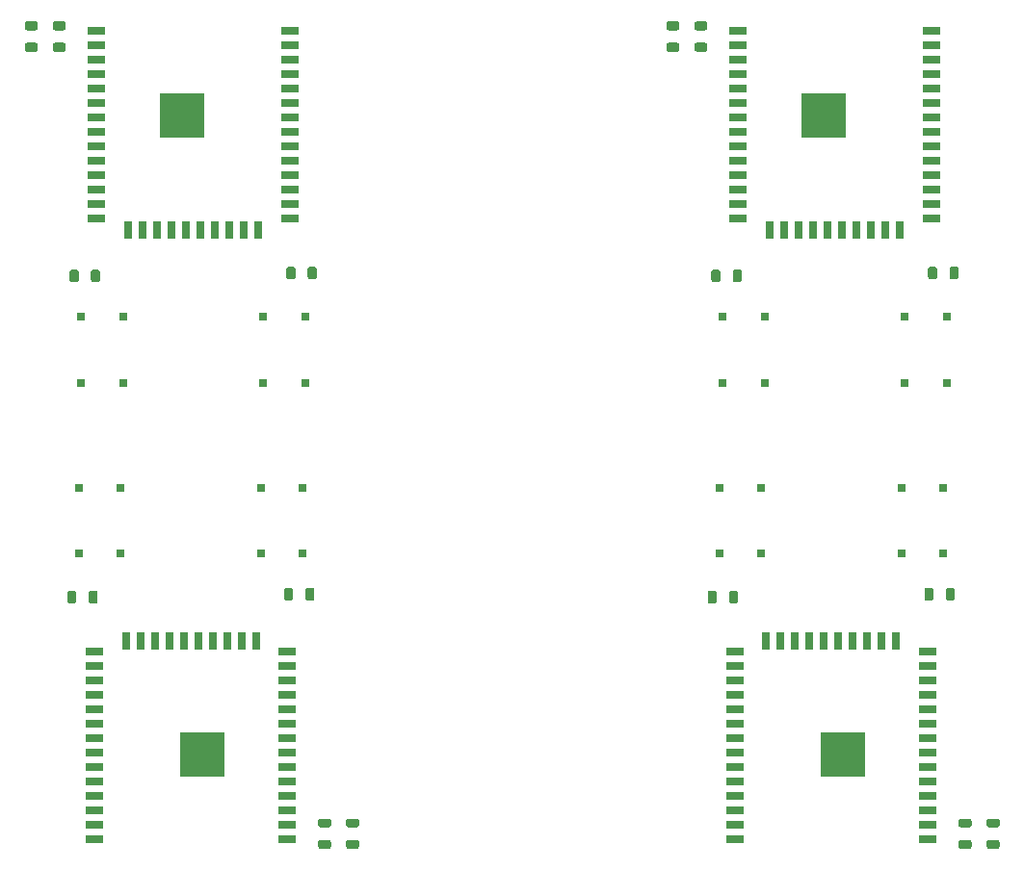
<source format=gbr>
G04 #@! TF.GenerationSoftware,KiCad,Pcbnew,5.0.2+dfsg1-1~bpo9+1*
G04 #@! TF.CreationDate,2020-03-02T01:02:18-06:00*
G04 #@! TF.ProjectId,bare4,62617265-342e-46b6-9963-61645f706362,1.0*
G04 #@! TF.SameCoordinates,Original*
G04 #@! TF.FileFunction,Paste,Top*
G04 #@! TF.FilePolarity,Positive*
%FSLAX46Y46*%
G04 Gerber Fmt 4.6, Leading zero omitted, Abs format (unit mm)*
G04 Created by KiCad (PCBNEW 5.0.2+dfsg1-1~bpo9+1) date Mon 02 Mar 2020 01:02:18 AM CST*
%MOMM*%
%LPD*%
G01*
G04 APERTURE LIST*
%ADD10C,0.100000*%
%ADD11C,0.780000*%
%ADD12R,0.720000X0.800000*%
%ADD13R,1.600000X0.720000*%
%ADD14R,0.720000X1.600000*%
%ADD15R,4.000000X4.000000*%
G04 APERTURE END LIST*
D10*
G04 #@! TO.C,C2*
G36*
X140191942Y-133734606D02*
X140210872Y-133737414D01*
X140229435Y-133742064D01*
X140247452Y-133748510D01*
X140264751Y-133756692D01*
X140281165Y-133766530D01*
X140296536Y-133777930D01*
X140310715Y-133790781D01*
X140323566Y-133804960D01*
X140334966Y-133820331D01*
X140344804Y-133836745D01*
X140352986Y-133854044D01*
X140359432Y-133872061D01*
X140364082Y-133890624D01*
X140366890Y-133909554D01*
X140367829Y-133928667D01*
X140367829Y-134318667D01*
X140366890Y-134337780D01*
X140364082Y-134356710D01*
X140359432Y-134375273D01*
X140352986Y-134393290D01*
X140344804Y-134410589D01*
X140334966Y-134427003D01*
X140323566Y-134442374D01*
X140310715Y-134456553D01*
X140296536Y-134469404D01*
X140281165Y-134480804D01*
X140264751Y-134490642D01*
X140247452Y-134498824D01*
X140229435Y-134505270D01*
X140210872Y-134509920D01*
X140191942Y-134512728D01*
X140172829Y-134513667D01*
X139442829Y-134513667D01*
X139423716Y-134512728D01*
X139404786Y-134509920D01*
X139386223Y-134505270D01*
X139368206Y-134498824D01*
X139350907Y-134490642D01*
X139334493Y-134480804D01*
X139319122Y-134469404D01*
X139304943Y-134456553D01*
X139292092Y-134442374D01*
X139280692Y-134427003D01*
X139270854Y-134410589D01*
X139262672Y-134393290D01*
X139256226Y-134375273D01*
X139251576Y-134356710D01*
X139248768Y-134337780D01*
X139247829Y-134318667D01*
X139247829Y-133928667D01*
X139248768Y-133909554D01*
X139251576Y-133890624D01*
X139256226Y-133872061D01*
X139262672Y-133854044D01*
X139270854Y-133836745D01*
X139280692Y-133820331D01*
X139292092Y-133804960D01*
X139304943Y-133790781D01*
X139319122Y-133777930D01*
X139334493Y-133766530D01*
X139350907Y-133756692D01*
X139368206Y-133748510D01*
X139386223Y-133742064D01*
X139404786Y-133737414D01*
X139423716Y-133734606D01*
X139442829Y-133733667D01*
X140172829Y-133733667D01*
X140191942Y-133734606D01*
X140191942Y-133734606D01*
G37*
D11*
X139807829Y-134123667D03*
D10*
G36*
X140191942Y-135609606D02*
X140210872Y-135612414D01*
X140229435Y-135617064D01*
X140247452Y-135623510D01*
X140264751Y-135631692D01*
X140281165Y-135641530D01*
X140296536Y-135652930D01*
X140310715Y-135665781D01*
X140323566Y-135679960D01*
X140334966Y-135695331D01*
X140344804Y-135711745D01*
X140352986Y-135729044D01*
X140359432Y-135747061D01*
X140364082Y-135765624D01*
X140366890Y-135784554D01*
X140367829Y-135803667D01*
X140367829Y-136193667D01*
X140366890Y-136212780D01*
X140364082Y-136231710D01*
X140359432Y-136250273D01*
X140352986Y-136268290D01*
X140344804Y-136285589D01*
X140334966Y-136302003D01*
X140323566Y-136317374D01*
X140310715Y-136331553D01*
X140296536Y-136344404D01*
X140281165Y-136355804D01*
X140264751Y-136365642D01*
X140247452Y-136373824D01*
X140229435Y-136380270D01*
X140210872Y-136384920D01*
X140191942Y-136387728D01*
X140172829Y-136388667D01*
X139442829Y-136388667D01*
X139423716Y-136387728D01*
X139404786Y-136384920D01*
X139386223Y-136380270D01*
X139368206Y-136373824D01*
X139350907Y-136365642D01*
X139334493Y-136355804D01*
X139319122Y-136344404D01*
X139304943Y-136331553D01*
X139292092Y-136317374D01*
X139280692Y-136302003D01*
X139270854Y-136285589D01*
X139262672Y-136268290D01*
X139256226Y-136250273D01*
X139251576Y-136231710D01*
X139248768Y-136212780D01*
X139247829Y-136193667D01*
X139247829Y-135803667D01*
X139248768Y-135784554D01*
X139251576Y-135765624D01*
X139256226Y-135747061D01*
X139262672Y-135729044D01*
X139270854Y-135711745D01*
X139280692Y-135695331D01*
X139292092Y-135679960D01*
X139304943Y-135665781D01*
X139319122Y-135652930D01*
X139334493Y-135641530D01*
X139350907Y-135631692D01*
X139368206Y-135623510D01*
X139386223Y-135617064D01*
X139404786Y-135612414D01*
X139423716Y-135609606D01*
X139442829Y-135608667D01*
X140172829Y-135608667D01*
X140191942Y-135609606D01*
X140191942Y-135609606D01*
G37*
D11*
X139807829Y-135998667D03*
G04 #@! TD*
D12*
G04 #@! TO.C,SW2*
X118192000Y-110421000D03*
X118192000Y-104621000D03*
X121892000Y-110421000D03*
X121892000Y-104621000D03*
G04 #@! TD*
D10*
G04 #@! TO.C,C1*
G36*
X142651113Y-135609606D02*
X142670043Y-135612414D01*
X142688606Y-135617064D01*
X142706623Y-135623510D01*
X142723922Y-135631692D01*
X142740336Y-135641530D01*
X142755707Y-135652930D01*
X142769886Y-135665781D01*
X142782737Y-135679960D01*
X142794137Y-135695331D01*
X142803975Y-135711745D01*
X142812157Y-135729044D01*
X142818603Y-135747061D01*
X142823253Y-135765624D01*
X142826061Y-135784554D01*
X142827000Y-135803667D01*
X142827000Y-136193667D01*
X142826061Y-136212780D01*
X142823253Y-136231710D01*
X142818603Y-136250273D01*
X142812157Y-136268290D01*
X142803975Y-136285589D01*
X142794137Y-136302003D01*
X142782737Y-136317374D01*
X142769886Y-136331553D01*
X142755707Y-136344404D01*
X142740336Y-136355804D01*
X142723922Y-136365642D01*
X142706623Y-136373824D01*
X142688606Y-136380270D01*
X142670043Y-136384920D01*
X142651113Y-136387728D01*
X142632000Y-136388667D01*
X141902000Y-136388667D01*
X141882887Y-136387728D01*
X141863957Y-136384920D01*
X141845394Y-136380270D01*
X141827377Y-136373824D01*
X141810078Y-136365642D01*
X141793664Y-136355804D01*
X141778293Y-136344404D01*
X141764114Y-136331553D01*
X141751263Y-136317374D01*
X141739863Y-136302003D01*
X141730025Y-136285589D01*
X141721843Y-136268290D01*
X141715397Y-136250273D01*
X141710747Y-136231710D01*
X141707939Y-136212780D01*
X141707000Y-136193667D01*
X141707000Y-135803667D01*
X141707939Y-135784554D01*
X141710747Y-135765624D01*
X141715397Y-135747061D01*
X141721843Y-135729044D01*
X141730025Y-135711745D01*
X141739863Y-135695331D01*
X141751263Y-135679960D01*
X141764114Y-135665781D01*
X141778293Y-135652930D01*
X141793664Y-135641530D01*
X141810078Y-135631692D01*
X141827377Y-135623510D01*
X141845394Y-135617064D01*
X141863957Y-135612414D01*
X141882887Y-135609606D01*
X141902000Y-135608667D01*
X142632000Y-135608667D01*
X142651113Y-135609606D01*
X142651113Y-135609606D01*
G37*
D11*
X142267000Y-135998667D03*
D10*
G36*
X142651113Y-133734606D02*
X142670043Y-133737414D01*
X142688606Y-133742064D01*
X142706623Y-133748510D01*
X142723922Y-133756692D01*
X142740336Y-133766530D01*
X142755707Y-133777930D01*
X142769886Y-133790781D01*
X142782737Y-133804960D01*
X142794137Y-133820331D01*
X142803975Y-133836745D01*
X142812157Y-133854044D01*
X142818603Y-133872061D01*
X142823253Y-133890624D01*
X142826061Y-133909554D01*
X142827000Y-133928667D01*
X142827000Y-134318667D01*
X142826061Y-134337780D01*
X142823253Y-134356710D01*
X142818603Y-134375273D01*
X142812157Y-134393290D01*
X142803975Y-134410589D01*
X142794137Y-134427003D01*
X142782737Y-134442374D01*
X142769886Y-134456553D01*
X142755707Y-134469404D01*
X142740336Y-134480804D01*
X142723922Y-134490642D01*
X142706623Y-134498824D01*
X142688606Y-134505270D01*
X142670043Y-134509920D01*
X142651113Y-134512728D01*
X142632000Y-134513667D01*
X141902000Y-134513667D01*
X141882887Y-134512728D01*
X141863957Y-134509920D01*
X141845394Y-134505270D01*
X141827377Y-134498824D01*
X141810078Y-134490642D01*
X141793664Y-134480804D01*
X141778293Y-134469404D01*
X141764114Y-134456553D01*
X141751263Y-134442374D01*
X141739863Y-134427003D01*
X141730025Y-134410589D01*
X141721843Y-134393290D01*
X141715397Y-134375273D01*
X141710747Y-134356710D01*
X141707939Y-134337780D01*
X141707000Y-134318667D01*
X141707000Y-133928667D01*
X141707939Y-133909554D01*
X141710747Y-133890624D01*
X141715397Y-133872061D01*
X141721843Y-133854044D01*
X141730025Y-133836745D01*
X141739863Y-133820331D01*
X141751263Y-133804960D01*
X141764114Y-133790781D01*
X141778293Y-133777930D01*
X141793664Y-133766530D01*
X141810078Y-133756692D01*
X141827377Y-133748510D01*
X141845394Y-133742064D01*
X141863957Y-133737414D01*
X141882887Y-133734606D01*
X141902000Y-133733667D01*
X142632000Y-133733667D01*
X142651113Y-133734606D01*
X142651113Y-133734606D01*
G37*
D11*
X142267000Y-134123667D03*
G04 #@! TD*
D10*
G04 #@! TO.C,C4*
G36*
X117794613Y-113692939D02*
X117813543Y-113695747D01*
X117832106Y-113700397D01*
X117850123Y-113706843D01*
X117867422Y-113715025D01*
X117883836Y-113724863D01*
X117899207Y-113736263D01*
X117913386Y-113749114D01*
X117926237Y-113763293D01*
X117937637Y-113778664D01*
X117947475Y-113795078D01*
X117955657Y-113812377D01*
X117962103Y-113830394D01*
X117966753Y-113848957D01*
X117969561Y-113867887D01*
X117970500Y-113887000D01*
X117970500Y-114617000D01*
X117969561Y-114636113D01*
X117966753Y-114655043D01*
X117962103Y-114673606D01*
X117955657Y-114691623D01*
X117947475Y-114708922D01*
X117937637Y-114725336D01*
X117926237Y-114740707D01*
X117913386Y-114754886D01*
X117899207Y-114767737D01*
X117883836Y-114779137D01*
X117867422Y-114788975D01*
X117850123Y-114797157D01*
X117832106Y-114803603D01*
X117813543Y-114808253D01*
X117794613Y-114811061D01*
X117775500Y-114812000D01*
X117385500Y-114812000D01*
X117366387Y-114811061D01*
X117347457Y-114808253D01*
X117328894Y-114803603D01*
X117310877Y-114797157D01*
X117293578Y-114788975D01*
X117277164Y-114779137D01*
X117261793Y-114767737D01*
X117247614Y-114754886D01*
X117234763Y-114740707D01*
X117223363Y-114725336D01*
X117213525Y-114708922D01*
X117205343Y-114691623D01*
X117198897Y-114673606D01*
X117194247Y-114655043D01*
X117191439Y-114636113D01*
X117190500Y-114617000D01*
X117190500Y-113887000D01*
X117191439Y-113867887D01*
X117194247Y-113848957D01*
X117198897Y-113830394D01*
X117205343Y-113812377D01*
X117213525Y-113795078D01*
X117223363Y-113778664D01*
X117234763Y-113763293D01*
X117247614Y-113749114D01*
X117261793Y-113736263D01*
X117277164Y-113724863D01*
X117293578Y-113715025D01*
X117310877Y-113706843D01*
X117328894Y-113700397D01*
X117347457Y-113695747D01*
X117366387Y-113692939D01*
X117385500Y-113692000D01*
X117775500Y-113692000D01*
X117794613Y-113692939D01*
X117794613Y-113692939D01*
G37*
D11*
X117580500Y-114252000D03*
D10*
G36*
X119669613Y-113692939D02*
X119688543Y-113695747D01*
X119707106Y-113700397D01*
X119725123Y-113706843D01*
X119742422Y-113715025D01*
X119758836Y-113724863D01*
X119774207Y-113736263D01*
X119788386Y-113749114D01*
X119801237Y-113763293D01*
X119812637Y-113778664D01*
X119822475Y-113795078D01*
X119830657Y-113812377D01*
X119837103Y-113830394D01*
X119841753Y-113848957D01*
X119844561Y-113867887D01*
X119845500Y-113887000D01*
X119845500Y-114617000D01*
X119844561Y-114636113D01*
X119841753Y-114655043D01*
X119837103Y-114673606D01*
X119830657Y-114691623D01*
X119822475Y-114708922D01*
X119812637Y-114725336D01*
X119801237Y-114740707D01*
X119788386Y-114754886D01*
X119774207Y-114767737D01*
X119758836Y-114779137D01*
X119742422Y-114788975D01*
X119725123Y-114797157D01*
X119707106Y-114803603D01*
X119688543Y-114808253D01*
X119669613Y-114811061D01*
X119650500Y-114812000D01*
X119260500Y-114812000D01*
X119241387Y-114811061D01*
X119222457Y-114808253D01*
X119203894Y-114803603D01*
X119185877Y-114797157D01*
X119168578Y-114788975D01*
X119152164Y-114779137D01*
X119136793Y-114767737D01*
X119122614Y-114754886D01*
X119109763Y-114740707D01*
X119098363Y-114725336D01*
X119088525Y-114708922D01*
X119080343Y-114691623D01*
X119073897Y-114673606D01*
X119069247Y-114655043D01*
X119066439Y-114636113D01*
X119065500Y-114617000D01*
X119065500Y-113887000D01*
X119066439Y-113867887D01*
X119069247Y-113848957D01*
X119073897Y-113830394D01*
X119080343Y-113812377D01*
X119088525Y-113795078D01*
X119098363Y-113778664D01*
X119109763Y-113763293D01*
X119122614Y-113749114D01*
X119136793Y-113736263D01*
X119152164Y-113724863D01*
X119168578Y-113715025D01*
X119185877Y-113706843D01*
X119203894Y-113700397D01*
X119222457Y-113695747D01*
X119241387Y-113692939D01*
X119260500Y-113692000D01*
X119650500Y-113692000D01*
X119669613Y-113692939D01*
X119669613Y-113692939D01*
G37*
D11*
X119455500Y-114252000D03*
G04 #@! TD*
D12*
G04 #@! TO.C,SW1*
X134194000Y-110421000D03*
X134194000Y-104621000D03*
X137894000Y-110421000D03*
X137894000Y-104621000D03*
G04 #@! TD*
D10*
G04 #@! TO.C,C3*
G36*
X136844613Y-113438939D02*
X136863543Y-113441747D01*
X136882106Y-113446397D01*
X136900123Y-113452843D01*
X136917422Y-113461025D01*
X136933836Y-113470863D01*
X136949207Y-113482263D01*
X136963386Y-113495114D01*
X136976237Y-113509293D01*
X136987637Y-113524664D01*
X136997475Y-113541078D01*
X137005657Y-113558377D01*
X137012103Y-113576394D01*
X137016753Y-113594957D01*
X137019561Y-113613887D01*
X137020500Y-113633000D01*
X137020500Y-114363000D01*
X137019561Y-114382113D01*
X137016753Y-114401043D01*
X137012103Y-114419606D01*
X137005657Y-114437623D01*
X136997475Y-114454922D01*
X136987637Y-114471336D01*
X136976237Y-114486707D01*
X136963386Y-114500886D01*
X136949207Y-114513737D01*
X136933836Y-114525137D01*
X136917422Y-114534975D01*
X136900123Y-114543157D01*
X136882106Y-114549603D01*
X136863543Y-114554253D01*
X136844613Y-114557061D01*
X136825500Y-114558000D01*
X136435500Y-114558000D01*
X136416387Y-114557061D01*
X136397457Y-114554253D01*
X136378894Y-114549603D01*
X136360877Y-114543157D01*
X136343578Y-114534975D01*
X136327164Y-114525137D01*
X136311793Y-114513737D01*
X136297614Y-114500886D01*
X136284763Y-114486707D01*
X136273363Y-114471336D01*
X136263525Y-114454922D01*
X136255343Y-114437623D01*
X136248897Y-114419606D01*
X136244247Y-114401043D01*
X136241439Y-114382113D01*
X136240500Y-114363000D01*
X136240500Y-113633000D01*
X136241439Y-113613887D01*
X136244247Y-113594957D01*
X136248897Y-113576394D01*
X136255343Y-113558377D01*
X136263525Y-113541078D01*
X136273363Y-113524664D01*
X136284763Y-113509293D01*
X136297614Y-113495114D01*
X136311793Y-113482263D01*
X136327164Y-113470863D01*
X136343578Y-113461025D01*
X136360877Y-113452843D01*
X136378894Y-113446397D01*
X136397457Y-113441747D01*
X136416387Y-113438939D01*
X136435500Y-113438000D01*
X136825500Y-113438000D01*
X136844613Y-113438939D01*
X136844613Y-113438939D01*
G37*
D11*
X136630500Y-113998000D03*
D10*
G36*
X138719613Y-113438939D02*
X138738543Y-113441747D01*
X138757106Y-113446397D01*
X138775123Y-113452843D01*
X138792422Y-113461025D01*
X138808836Y-113470863D01*
X138824207Y-113482263D01*
X138838386Y-113495114D01*
X138851237Y-113509293D01*
X138862637Y-113524664D01*
X138872475Y-113541078D01*
X138880657Y-113558377D01*
X138887103Y-113576394D01*
X138891753Y-113594957D01*
X138894561Y-113613887D01*
X138895500Y-113633000D01*
X138895500Y-114363000D01*
X138894561Y-114382113D01*
X138891753Y-114401043D01*
X138887103Y-114419606D01*
X138880657Y-114437623D01*
X138872475Y-114454922D01*
X138862637Y-114471336D01*
X138851237Y-114486707D01*
X138838386Y-114500886D01*
X138824207Y-114513737D01*
X138808836Y-114525137D01*
X138792422Y-114534975D01*
X138775123Y-114543157D01*
X138757106Y-114549603D01*
X138738543Y-114554253D01*
X138719613Y-114557061D01*
X138700500Y-114558000D01*
X138310500Y-114558000D01*
X138291387Y-114557061D01*
X138272457Y-114554253D01*
X138253894Y-114549603D01*
X138235877Y-114543157D01*
X138218578Y-114534975D01*
X138202164Y-114525137D01*
X138186793Y-114513737D01*
X138172614Y-114500886D01*
X138159763Y-114486707D01*
X138148363Y-114471336D01*
X138138525Y-114454922D01*
X138130343Y-114437623D01*
X138123897Y-114419606D01*
X138119247Y-114401043D01*
X138116439Y-114382113D01*
X138115500Y-114363000D01*
X138115500Y-113633000D01*
X138116439Y-113613887D01*
X138119247Y-113594957D01*
X138123897Y-113576394D01*
X138130343Y-113558377D01*
X138138525Y-113541078D01*
X138148363Y-113524664D01*
X138159763Y-113509293D01*
X138172614Y-113495114D01*
X138186793Y-113482263D01*
X138202164Y-113470863D01*
X138218578Y-113461025D01*
X138235877Y-113452843D01*
X138253894Y-113446397D01*
X138272457Y-113441747D01*
X138291387Y-113438939D01*
X138310500Y-113438000D01*
X138700500Y-113438000D01*
X138719613Y-113438939D01*
X138719613Y-113438939D01*
G37*
D11*
X138505500Y-113998000D03*
G04 #@! TD*
D13*
G04 #@! TO.C,U1*
X119543000Y-135588000D03*
X119543000Y-134318000D03*
X119543000Y-133048000D03*
X119543000Y-131778000D03*
X119543000Y-130508000D03*
X119543000Y-129238000D03*
X119543000Y-127968000D03*
X119543000Y-126698000D03*
X119543000Y-125428000D03*
X119543000Y-124158000D03*
X119543000Y-122888000D03*
X119543000Y-121618000D03*
X119543000Y-120348000D03*
X119543000Y-119078000D03*
D14*
X122328000Y-118078000D03*
X123598000Y-118078000D03*
X124868000Y-118078000D03*
X126138000Y-118078000D03*
X127408000Y-118078000D03*
X128678000Y-118078000D03*
X129948000Y-118078000D03*
X131218000Y-118078000D03*
X132488000Y-118078000D03*
X133758000Y-118078000D03*
D13*
X136543000Y-119078000D03*
X136543000Y-120348000D03*
X136543000Y-121618000D03*
X136543000Y-122888000D03*
X136543000Y-124158000D03*
X136543000Y-125428000D03*
X136543000Y-126698000D03*
X136543000Y-127968000D03*
X136543000Y-129238000D03*
X136543000Y-130508000D03*
X136543000Y-131778000D03*
X136543000Y-133048000D03*
X136543000Y-134318000D03*
X136543000Y-135588000D03*
D15*
X129043000Y-128088000D03*
G04 #@! TD*
D12*
G04 #@! TO.C,SW1*
X81594000Y-104621000D03*
X81594000Y-110421000D03*
X77894000Y-104621000D03*
X77894000Y-110421000D03*
G04 #@! TD*
D10*
G04 #@! TO.C,C3*
G36*
X82419613Y-113438939D02*
X82438543Y-113441747D01*
X82457106Y-113446397D01*
X82475123Y-113452843D01*
X82492422Y-113461025D01*
X82508836Y-113470863D01*
X82524207Y-113482263D01*
X82538386Y-113495114D01*
X82551237Y-113509293D01*
X82562637Y-113524664D01*
X82572475Y-113541078D01*
X82580657Y-113558377D01*
X82587103Y-113576394D01*
X82591753Y-113594957D01*
X82594561Y-113613887D01*
X82595500Y-113633000D01*
X82595500Y-114363000D01*
X82594561Y-114382113D01*
X82591753Y-114401043D01*
X82587103Y-114419606D01*
X82580657Y-114437623D01*
X82572475Y-114454922D01*
X82562637Y-114471336D01*
X82551237Y-114486707D01*
X82538386Y-114500886D01*
X82524207Y-114513737D01*
X82508836Y-114525137D01*
X82492422Y-114534975D01*
X82475123Y-114543157D01*
X82457106Y-114549603D01*
X82438543Y-114554253D01*
X82419613Y-114557061D01*
X82400500Y-114558000D01*
X82010500Y-114558000D01*
X81991387Y-114557061D01*
X81972457Y-114554253D01*
X81953894Y-114549603D01*
X81935877Y-114543157D01*
X81918578Y-114534975D01*
X81902164Y-114525137D01*
X81886793Y-114513737D01*
X81872614Y-114500886D01*
X81859763Y-114486707D01*
X81848363Y-114471336D01*
X81838525Y-114454922D01*
X81830343Y-114437623D01*
X81823897Y-114419606D01*
X81819247Y-114401043D01*
X81816439Y-114382113D01*
X81815500Y-114363000D01*
X81815500Y-113633000D01*
X81816439Y-113613887D01*
X81819247Y-113594957D01*
X81823897Y-113576394D01*
X81830343Y-113558377D01*
X81838525Y-113541078D01*
X81848363Y-113524664D01*
X81859763Y-113509293D01*
X81872614Y-113495114D01*
X81886793Y-113482263D01*
X81902164Y-113470863D01*
X81918578Y-113461025D01*
X81935877Y-113452843D01*
X81953894Y-113446397D01*
X81972457Y-113441747D01*
X81991387Y-113438939D01*
X82010500Y-113438000D01*
X82400500Y-113438000D01*
X82419613Y-113438939D01*
X82419613Y-113438939D01*
G37*
D11*
X82205500Y-113998000D03*
D10*
G36*
X80544613Y-113438939D02*
X80563543Y-113441747D01*
X80582106Y-113446397D01*
X80600123Y-113452843D01*
X80617422Y-113461025D01*
X80633836Y-113470863D01*
X80649207Y-113482263D01*
X80663386Y-113495114D01*
X80676237Y-113509293D01*
X80687637Y-113524664D01*
X80697475Y-113541078D01*
X80705657Y-113558377D01*
X80712103Y-113576394D01*
X80716753Y-113594957D01*
X80719561Y-113613887D01*
X80720500Y-113633000D01*
X80720500Y-114363000D01*
X80719561Y-114382113D01*
X80716753Y-114401043D01*
X80712103Y-114419606D01*
X80705657Y-114437623D01*
X80697475Y-114454922D01*
X80687637Y-114471336D01*
X80676237Y-114486707D01*
X80663386Y-114500886D01*
X80649207Y-114513737D01*
X80633836Y-114525137D01*
X80617422Y-114534975D01*
X80600123Y-114543157D01*
X80582106Y-114549603D01*
X80563543Y-114554253D01*
X80544613Y-114557061D01*
X80525500Y-114558000D01*
X80135500Y-114558000D01*
X80116387Y-114557061D01*
X80097457Y-114554253D01*
X80078894Y-114549603D01*
X80060877Y-114543157D01*
X80043578Y-114534975D01*
X80027164Y-114525137D01*
X80011793Y-114513737D01*
X79997614Y-114500886D01*
X79984763Y-114486707D01*
X79973363Y-114471336D01*
X79963525Y-114454922D01*
X79955343Y-114437623D01*
X79948897Y-114419606D01*
X79944247Y-114401043D01*
X79941439Y-114382113D01*
X79940500Y-114363000D01*
X79940500Y-113633000D01*
X79941439Y-113613887D01*
X79944247Y-113594957D01*
X79948897Y-113576394D01*
X79955343Y-113558377D01*
X79963525Y-113541078D01*
X79973363Y-113524664D01*
X79984763Y-113509293D01*
X79997614Y-113495114D01*
X80011793Y-113482263D01*
X80027164Y-113470863D01*
X80043578Y-113461025D01*
X80060877Y-113452843D01*
X80078894Y-113446397D01*
X80097457Y-113441747D01*
X80116387Y-113438939D01*
X80135500Y-113438000D01*
X80525500Y-113438000D01*
X80544613Y-113438939D01*
X80544613Y-113438939D01*
G37*
D11*
X80330500Y-113998000D03*
G04 #@! TD*
D10*
G04 #@! TO.C,C1*
G36*
X86351113Y-133734606D02*
X86370043Y-133737414D01*
X86388606Y-133742064D01*
X86406623Y-133748510D01*
X86423922Y-133756692D01*
X86440336Y-133766530D01*
X86455707Y-133777930D01*
X86469886Y-133790781D01*
X86482737Y-133804960D01*
X86494137Y-133820331D01*
X86503975Y-133836745D01*
X86512157Y-133854044D01*
X86518603Y-133872061D01*
X86523253Y-133890624D01*
X86526061Y-133909554D01*
X86527000Y-133928667D01*
X86527000Y-134318667D01*
X86526061Y-134337780D01*
X86523253Y-134356710D01*
X86518603Y-134375273D01*
X86512157Y-134393290D01*
X86503975Y-134410589D01*
X86494137Y-134427003D01*
X86482737Y-134442374D01*
X86469886Y-134456553D01*
X86455707Y-134469404D01*
X86440336Y-134480804D01*
X86423922Y-134490642D01*
X86406623Y-134498824D01*
X86388606Y-134505270D01*
X86370043Y-134509920D01*
X86351113Y-134512728D01*
X86332000Y-134513667D01*
X85602000Y-134513667D01*
X85582887Y-134512728D01*
X85563957Y-134509920D01*
X85545394Y-134505270D01*
X85527377Y-134498824D01*
X85510078Y-134490642D01*
X85493664Y-134480804D01*
X85478293Y-134469404D01*
X85464114Y-134456553D01*
X85451263Y-134442374D01*
X85439863Y-134427003D01*
X85430025Y-134410589D01*
X85421843Y-134393290D01*
X85415397Y-134375273D01*
X85410747Y-134356710D01*
X85407939Y-134337780D01*
X85407000Y-134318667D01*
X85407000Y-133928667D01*
X85407939Y-133909554D01*
X85410747Y-133890624D01*
X85415397Y-133872061D01*
X85421843Y-133854044D01*
X85430025Y-133836745D01*
X85439863Y-133820331D01*
X85451263Y-133804960D01*
X85464114Y-133790781D01*
X85478293Y-133777930D01*
X85493664Y-133766530D01*
X85510078Y-133756692D01*
X85527377Y-133748510D01*
X85545394Y-133742064D01*
X85563957Y-133737414D01*
X85582887Y-133734606D01*
X85602000Y-133733667D01*
X86332000Y-133733667D01*
X86351113Y-133734606D01*
X86351113Y-133734606D01*
G37*
D11*
X85967000Y-134123667D03*
D10*
G36*
X86351113Y-135609606D02*
X86370043Y-135612414D01*
X86388606Y-135617064D01*
X86406623Y-135623510D01*
X86423922Y-135631692D01*
X86440336Y-135641530D01*
X86455707Y-135652930D01*
X86469886Y-135665781D01*
X86482737Y-135679960D01*
X86494137Y-135695331D01*
X86503975Y-135711745D01*
X86512157Y-135729044D01*
X86518603Y-135747061D01*
X86523253Y-135765624D01*
X86526061Y-135784554D01*
X86527000Y-135803667D01*
X86527000Y-136193667D01*
X86526061Y-136212780D01*
X86523253Y-136231710D01*
X86518603Y-136250273D01*
X86512157Y-136268290D01*
X86503975Y-136285589D01*
X86494137Y-136302003D01*
X86482737Y-136317374D01*
X86469886Y-136331553D01*
X86455707Y-136344404D01*
X86440336Y-136355804D01*
X86423922Y-136365642D01*
X86406623Y-136373824D01*
X86388606Y-136380270D01*
X86370043Y-136384920D01*
X86351113Y-136387728D01*
X86332000Y-136388667D01*
X85602000Y-136388667D01*
X85582887Y-136387728D01*
X85563957Y-136384920D01*
X85545394Y-136380270D01*
X85527377Y-136373824D01*
X85510078Y-136365642D01*
X85493664Y-136355804D01*
X85478293Y-136344404D01*
X85464114Y-136331553D01*
X85451263Y-136317374D01*
X85439863Y-136302003D01*
X85430025Y-136285589D01*
X85421843Y-136268290D01*
X85415397Y-136250273D01*
X85410747Y-136231710D01*
X85407939Y-136212780D01*
X85407000Y-136193667D01*
X85407000Y-135803667D01*
X85407939Y-135784554D01*
X85410747Y-135765624D01*
X85415397Y-135747061D01*
X85421843Y-135729044D01*
X85430025Y-135711745D01*
X85439863Y-135695331D01*
X85451263Y-135679960D01*
X85464114Y-135665781D01*
X85478293Y-135652930D01*
X85493664Y-135641530D01*
X85510078Y-135631692D01*
X85527377Y-135623510D01*
X85545394Y-135617064D01*
X85563957Y-135612414D01*
X85582887Y-135609606D01*
X85602000Y-135608667D01*
X86332000Y-135608667D01*
X86351113Y-135609606D01*
X86351113Y-135609606D01*
G37*
D11*
X85967000Y-135998667D03*
G04 #@! TD*
D15*
G04 #@! TO.C,U1*
X72743000Y-128088000D03*
D13*
X80243000Y-135588000D03*
X80243000Y-134318000D03*
X80243000Y-133048000D03*
X80243000Y-131778000D03*
X80243000Y-130508000D03*
X80243000Y-129238000D03*
X80243000Y-127968000D03*
X80243000Y-126698000D03*
X80243000Y-125428000D03*
X80243000Y-124158000D03*
X80243000Y-122888000D03*
X80243000Y-121618000D03*
X80243000Y-120348000D03*
X80243000Y-119078000D03*
D14*
X77458000Y-118078000D03*
X76188000Y-118078000D03*
X74918000Y-118078000D03*
X73648000Y-118078000D03*
X72378000Y-118078000D03*
X71108000Y-118078000D03*
X69838000Y-118078000D03*
X68568000Y-118078000D03*
X67298000Y-118078000D03*
X66028000Y-118078000D03*
D13*
X63243000Y-119078000D03*
X63243000Y-120348000D03*
X63243000Y-121618000D03*
X63243000Y-122888000D03*
X63243000Y-124158000D03*
X63243000Y-125428000D03*
X63243000Y-126698000D03*
X63243000Y-127968000D03*
X63243000Y-129238000D03*
X63243000Y-130508000D03*
X63243000Y-131778000D03*
X63243000Y-133048000D03*
X63243000Y-134318000D03*
X63243000Y-135588000D03*
G04 #@! TD*
D10*
G04 #@! TO.C,C2*
G36*
X83891942Y-135609606D02*
X83910872Y-135612414D01*
X83929435Y-135617064D01*
X83947452Y-135623510D01*
X83964751Y-135631692D01*
X83981165Y-135641530D01*
X83996536Y-135652930D01*
X84010715Y-135665781D01*
X84023566Y-135679960D01*
X84034966Y-135695331D01*
X84044804Y-135711745D01*
X84052986Y-135729044D01*
X84059432Y-135747061D01*
X84064082Y-135765624D01*
X84066890Y-135784554D01*
X84067829Y-135803667D01*
X84067829Y-136193667D01*
X84066890Y-136212780D01*
X84064082Y-136231710D01*
X84059432Y-136250273D01*
X84052986Y-136268290D01*
X84044804Y-136285589D01*
X84034966Y-136302003D01*
X84023566Y-136317374D01*
X84010715Y-136331553D01*
X83996536Y-136344404D01*
X83981165Y-136355804D01*
X83964751Y-136365642D01*
X83947452Y-136373824D01*
X83929435Y-136380270D01*
X83910872Y-136384920D01*
X83891942Y-136387728D01*
X83872829Y-136388667D01*
X83142829Y-136388667D01*
X83123716Y-136387728D01*
X83104786Y-136384920D01*
X83086223Y-136380270D01*
X83068206Y-136373824D01*
X83050907Y-136365642D01*
X83034493Y-136355804D01*
X83019122Y-136344404D01*
X83004943Y-136331553D01*
X82992092Y-136317374D01*
X82980692Y-136302003D01*
X82970854Y-136285589D01*
X82962672Y-136268290D01*
X82956226Y-136250273D01*
X82951576Y-136231710D01*
X82948768Y-136212780D01*
X82947829Y-136193667D01*
X82947829Y-135803667D01*
X82948768Y-135784554D01*
X82951576Y-135765624D01*
X82956226Y-135747061D01*
X82962672Y-135729044D01*
X82970854Y-135711745D01*
X82980692Y-135695331D01*
X82992092Y-135679960D01*
X83004943Y-135665781D01*
X83019122Y-135652930D01*
X83034493Y-135641530D01*
X83050907Y-135631692D01*
X83068206Y-135623510D01*
X83086223Y-135617064D01*
X83104786Y-135612414D01*
X83123716Y-135609606D01*
X83142829Y-135608667D01*
X83872829Y-135608667D01*
X83891942Y-135609606D01*
X83891942Y-135609606D01*
G37*
D11*
X83507829Y-135998667D03*
D10*
G36*
X83891942Y-133734606D02*
X83910872Y-133737414D01*
X83929435Y-133742064D01*
X83947452Y-133748510D01*
X83964751Y-133756692D01*
X83981165Y-133766530D01*
X83996536Y-133777930D01*
X84010715Y-133790781D01*
X84023566Y-133804960D01*
X84034966Y-133820331D01*
X84044804Y-133836745D01*
X84052986Y-133854044D01*
X84059432Y-133872061D01*
X84064082Y-133890624D01*
X84066890Y-133909554D01*
X84067829Y-133928667D01*
X84067829Y-134318667D01*
X84066890Y-134337780D01*
X84064082Y-134356710D01*
X84059432Y-134375273D01*
X84052986Y-134393290D01*
X84044804Y-134410589D01*
X84034966Y-134427003D01*
X84023566Y-134442374D01*
X84010715Y-134456553D01*
X83996536Y-134469404D01*
X83981165Y-134480804D01*
X83964751Y-134490642D01*
X83947452Y-134498824D01*
X83929435Y-134505270D01*
X83910872Y-134509920D01*
X83891942Y-134512728D01*
X83872829Y-134513667D01*
X83142829Y-134513667D01*
X83123716Y-134512728D01*
X83104786Y-134509920D01*
X83086223Y-134505270D01*
X83068206Y-134498824D01*
X83050907Y-134490642D01*
X83034493Y-134480804D01*
X83019122Y-134469404D01*
X83004943Y-134456553D01*
X82992092Y-134442374D01*
X82980692Y-134427003D01*
X82970854Y-134410589D01*
X82962672Y-134393290D01*
X82956226Y-134375273D01*
X82951576Y-134356710D01*
X82948768Y-134337780D01*
X82947829Y-134318667D01*
X82947829Y-133928667D01*
X82948768Y-133909554D01*
X82951576Y-133890624D01*
X82956226Y-133872061D01*
X82962672Y-133854044D01*
X82970854Y-133836745D01*
X82980692Y-133820331D01*
X82992092Y-133804960D01*
X83004943Y-133790781D01*
X83019122Y-133777930D01*
X83034493Y-133766530D01*
X83050907Y-133756692D01*
X83068206Y-133748510D01*
X83086223Y-133742064D01*
X83104786Y-133737414D01*
X83123716Y-133734606D01*
X83142829Y-133733667D01*
X83872829Y-133733667D01*
X83891942Y-133734606D01*
X83891942Y-133734606D01*
G37*
D11*
X83507829Y-134123667D03*
G04 #@! TD*
D10*
G04 #@! TO.C,C4*
G36*
X63369613Y-113692939D02*
X63388543Y-113695747D01*
X63407106Y-113700397D01*
X63425123Y-113706843D01*
X63442422Y-113715025D01*
X63458836Y-113724863D01*
X63474207Y-113736263D01*
X63488386Y-113749114D01*
X63501237Y-113763293D01*
X63512637Y-113778664D01*
X63522475Y-113795078D01*
X63530657Y-113812377D01*
X63537103Y-113830394D01*
X63541753Y-113848957D01*
X63544561Y-113867887D01*
X63545500Y-113887000D01*
X63545500Y-114617000D01*
X63544561Y-114636113D01*
X63541753Y-114655043D01*
X63537103Y-114673606D01*
X63530657Y-114691623D01*
X63522475Y-114708922D01*
X63512637Y-114725336D01*
X63501237Y-114740707D01*
X63488386Y-114754886D01*
X63474207Y-114767737D01*
X63458836Y-114779137D01*
X63442422Y-114788975D01*
X63425123Y-114797157D01*
X63407106Y-114803603D01*
X63388543Y-114808253D01*
X63369613Y-114811061D01*
X63350500Y-114812000D01*
X62960500Y-114812000D01*
X62941387Y-114811061D01*
X62922457Y-114808253D01*
X62903894Y-114803603D01*
X62885877Y-114797157D01*
X62868578Y-114788975D01*
X62852164Y-114779137D01*
X62836793Y-114767737D01*
X62822614Y-114754886D01*
X62809763Y-114740707D01*
X62798363Y-114725336D01*
X62788525Y-114708922D01*
X62780343Y-114691623D01*
X62773897Y-114673606D01*
X62769247Y-114655043D01*
X62766439Y-114636113D01*
X62765500Y-114617000D01*
X62765500Y-113887000D01*
X62766439Y-113867887D01*
X62769247Y-113848957D01*
X62773897Y-113830394D01*
X62780343Y-113812377D01*
X62788525Y-113795078D01*
X62798363Y-113778664D01*
X62809763Y-113763293D01*
X62822614Y-113749114D01*
X62836793Y-113736263D01*
X62852164Y-113724863D01*
X62868578Y-113715025D01*
X62885877Y-113706843D01*
X62903894Y-113700397D01*
X62922457Y-113695747D01*
X62941387Y-113692939D01*
X62960500Y-113692000D01*
X63350500Y-113692000D01*
X63369613Y-113692939D01*
X63369613Y-113692939D01*
G37*
D11*
X63155500Y-114252000D03*
D10*
G36*
X61494613Y-113692939D02*
X61513543Y-113695747D01*
X61532106Y-113700397D01*
X61550123Y-113706843D01*
X61567422Y-113715025D01*
X61583836Y-113724863D01*
X61599207Y-113736263D01*
X61613386Y-113749114D01*
X61626237Y-113763293D01*
X61637637Y-113778664D01*
X61647475Y-113795078D01*
X61655657Y-113812377D01*
X61662103Y-113830394D01*
X61666753Y-113848957D01*
X61669561Y-113867887D01*
X61670500Y-113887000D01*
X61670500Y-114617000D01*
X61669561Y-114636113D01*
X61666753Y-114655043D01*
X61662103Y-114673606D01*
X61655657Y-114691623D01*
X61647475Y-114708922D01*
X61637637Y-114725336D01*
X61626237Y-114740707D01*
X61613386Y-114754886D01*
X61599207Y-114767737D01*
X61583836Y-114779137D01*
X61567422Y-114788975D01*
X61550123Y-114797157D01*
X61532106Y-114803603D01*
X61513543Y-114808253D01*
X61494613Y-114811061D01*
X61475500Y-114812000D01*
X61085500Y-114812000D01*
X61066387Y-114811061D01*
X61047457Y-114808253D01*
X61028894Y-114803603D01*
X61010877Y-114797157D01*
X60993578Y-114788975D01*
X60977164Y-114779137D01*
X60961793Y-114767737D01*
X60947614Y-114754886D01*
X60934763Y-114740707D01*
X60923363Y-114725336D01*
X60913525Y-114708922D01*
X60905343Y-114691623D01*
X60898897Y-114673606D01*
X60894247Y-114655043D01*
X60891439Y-114636113D01*
X60890500Y-114617000D01*
X60890500Y-113887000D01*
X60891439Y-113867887D01*
X60894247Y-113848957D01*
X60898897Y-113830394D01*
X60905343Y-113812377D01*
X60913525Y-113795078D01*
X60923363Y-113778664D01*
X60934763Y-113763293D01*
X60947614Y-113749114D01*
X60961793Y-113736263D01*
X60977164Y-113724863D01*
X60993578Y-113715025D01*
X61010877Y-113706843D01*
X61028894Y-113700397D01*
X61047457Y-113695747D01*
X61066387Y-113692939D01*
X61085500Y-113692000D01*
X61475500Y-113692000D01*
X61494613Y-113692939D01*
X61494613Y-113692939D01*
G37*
D11*
X61280500Y-114252000D03*
G04 #@! TD*
D12*
G04 #@! TO.C,SW2*
X65592000Y-104621000D03*
X65592000Y-110421000D03*
X61892000Y-104621000D03*
X61892000Y-110421000D03*
G04 #@! TD*
D10*
G04 #@! TO.C,C4*
G36*
X82633613Y-85188939D02*
X82652543Y-85191747D01*
X82671106Y-85196397D01*
X82689123Y-85202843D01*
X82706422Y-85211025D01*
X82722836Y-85220863D01*
X82738207Y-85232263D01*
X82752386Y-85245114D01*
X82765237Y-85259293D01*
X82776637Y-85274664D01*
X82786475Y-85291078D01*
X82794657Y-85308377D01*
X82801103Y-85326394D01*
X82805753Y-85344957D01*
X82808561Y-85363887D01*
X82809500Y-85383000D01*
X82809500Y-86113000D01*
X82808561Y-86132113D01*
X82805753Y-86151043D01*
X82801103Y-86169606D01*
X82794657Y-86187623D01*
X82786475Y-86204922D01*
X82776637Y-86221336D01*
X82765237Y-86236707D01*
X82752386Y-86250886D01*
X82738207Y-86263737D01*
X82722836Y-86275137D01*
X82706422Y-86284975D01*
X82689123Y-86293157D01*
X82671106Y-86299603D01*
X82652543Y-86304253D01*
X82633613Y-86307061D01*
X82614500Y-86308000D01*
X82224500Y-86308000D01*
X82205387Y-86307061D01*
X82186457Y-86304253D01*
X82167894Y-86299603D01*
X82149877Y-86293157D01*
X82132578Y-86284975D01*
X82116164Y-86275137D01*
X82100793Y-86263737D01*
X82086614Y-86250886D01*
X82073763Y-86236707D01*
X82062363Y-86221336D01*
X82052525Y-86204922D01*
X82044343Y-86187623D01*
X82037897Y-86169606D01*
X82033247Y-86151043D01*
X82030439Y-86132113D01*
X82029500Y-86113000D01*
X82029500Y-85383000D01*
X82030439Y-85363887D01*
X82033247Y-85344957D01*
X82037897Y-85326394D01*
X82044343Y-85308377D01*
X82052525Y-85291078D01*
X82062363Y-85274664D01*
X82073763Y-85259293D01*
X82086614Y-85245114D01*
X82100793Y-85232263D01*
X82116164Y-85220863D01*
X82132578Y-85211025D01*
X82149877Y-85202843D01*
X82167894Y-85196397D01*
X82186457Y-85191747D01*
X82205387Y-85188939D01*
X82224500Y-85188000D01*
X82614500Y-85188000D01*
X82633613Y-85188939D01*
X82633613Y-85188939D01*
G37*
D11*
X82419500Y-85748000D03*
D10*
G36*
X80758613Y-85188939D02*
X80777543Y-85191747D01*
X80796106Y-85196397D01*
X80814123Y-85202843D01*
X80831422Y-85211025D01*
X80847836Y-85220863D01*
X80863207Y-85232263D01*
X80877386Y-85245114D01*
X80890237Y-85259293D01*
X80901637Y-85274664D01*
X80911475Y-85291078D01*
X80919657Y-85308377D01*
X80926103Y-85326394D01*
X80930753Y-85344957D01*
X80933561Y-85363887D01*
X80934500Y-85383000D01*
X80934500Y-86113000D01*
X80933561Y-86132113D01*
X80930753Y-86151043D01*
X80926103Y-86169606D01*
X80919657Y-86187623D01*
X80911475Y-86204922D01*
X80901637Y-86221336D01*
X80890237Y-86236707D01*
X80877386Y-86250886D01*
X80863207Y-86263737D01*
X80847836Y-86275137D01*
X80831422Y-86284975D01*
X80814123Y-86293157D01*
X80796106Y-86299603D01*
X80777543Y-86304253D01*
X80758613Y-86307061D01*
X80739500Y-86308000D01*
X80349500Y-86308000D01*
X80330387Y-86307061D01*
X80311457Y-86304253D01*
X80292894Y-86299603D01*
X80274877Y-86293157D01*
X80257578Y-86284975D01*
X80241164Y-86275137D01*
X80225793Y-86263737D01*
X80211614Y-86250886D01*
X80198763Y-86236707D01*
X80187363Y-86221336D01*
X80177525Y-86204922D01*
X80169343Y-86187623D01*
X80162897Y-86169606D01*
X80158247Y-86151043D01*
X80155439Y-86132113D01*
X80154500Y-86113000D01*
X80154500Y-85383000D01*
X80155439Y-85363887D01*
X80158247Y-85344957D01*
X80162897Y-85326394D01*
X80169343Y-85308377D01*
X80177525Y-85291078D01*
X80187363Y-85274664D01*
X80198763Y-85259293D01*
X80211614Y-85245114D01*
X80225793Y-85232263D01*
X80241164Y-85220863D01*
X80257578Y-85211025D01*
X80274877Y-85202843D01*
X80292894Y-85196397D01*
X80311457Y-85191747D01*
X80330387Y-85188939D01*
X80349500Y-85188000D01*
X80739500Y-85188000D01*
X80758613Y-85188939D01*
X80758613Y-85188939D01*
G37*
D11*
X80544500Y-85748000D03*
G04 #@! TD*
D12*
G04 #@! TO.C,SW2*
X81808000Y-89579000D03*
X81808000Y-95379000D03*
X78108000Y-89579000D03*
X78108000Y-95379000D03*
G04 #@! TD*
D10*
G04 #@! TO.C,C3*
G36*
X63583613Y-85442939D02*
X63602543Y-85445747D01*
X63621106Y-85450397D01*
X63639123Y-85456843D01*
X63656422Y-85465025D01*
X63672836Y-85474863D01*
X63688207Y-85486263D01*
X63702386Y-85499114D01*
X63715237Y-85513293D01*
X63726637Y-85528664D01*
X63736475Y-85545078D01*
X63744657Y-85562377D01*
X63751103Y-85580394D01*
X63755753Y-85598957D01*
X63758561Y-85617887D01*
X63759500Y-85637000D01*
X63759500Y-86367000D01*
X63758561Y-86386113D01*
X63755753Y-86405043D01*
X63751103Y-86423606D01*
X63744657Y-86441623D01*
X63736475Y-86458922D01*
X63726637Y-86475336D01*
X63715237Y-86490707D01*
X63702386Y-86504886D01*
X63688207Y-86517737D01*
X63672836Y-86529137D01*
X63656422Y-86538975D01*
X63639123Y-86547157D01*
X63621106Y-86553603D01*
X63602543Y-86558253D01*
X63583613Y-86561061D01*
X63564500Y-86562000D01*
X63174500Y-86562000D01*
X63155387Y-86561061D01*
X63136457Y-86558253D01*
X63117894Y-86553603D01*
X63099877Y-86547157D01*
X63082578Y-86538975D01*
X63066164Y-86529137D01*
X63050793Y-86517737D01*
X63036614Y-86504886D01*
X63023763Y-86490707D01*
X63012363Y-86475336D01*
X63002525Y-86458922D01*
X62994343Y-86441623D01*
X62987897Y-86423606D01*
X62983247Y-86405043D01*
X62980439Y-86386113D01*
X62979500Y-86367000D01*
X62979500Y-85637000D01*
X62980439Y-85617887D01*
X62983247Y-85598957D01*
X62987897Y-85580394D01*
X62994343Y-85562377D01*
X63002525Y-85545078D01*
X63012363Y-85528664D01*
X63023763Y-85513293D01*
X63036614Y-85499114D01*
X63050793Y-85486263D01*
X63066164Y-85474863D01*
X63082578Y-85465025D01*
X63099877Y-85456843D01*
X63117894Y-85450397D01*
X63136457Y-85445747D01*
X63155387Y-85442939D01*
X63174500Y-85442000D01*
X63564500Y-85442000D01*
X63583613Y-85442939D01*
X63583613Y-85442939D01*
G37*
D11*
X63369500Y-86002000D03*
D10*
G36*
X61708613Y-85442939D02*
X61727543Y-85445747D01*
X61746106Y-85450397D01*
X61764123Y-85456843D01*
X61781422Y-85465025D01*
X61797836Y-85474863D01*
X61813207Y-85486263D01*
X61827386Y-85499114D01*
X61840237Y-85513293D01*
X61851637Y-85528664D01*
X61861475Y-85545078D01*
X61869657Y-85562377D01*
X61876103Y-85580394D01*
X61880753Y-85598957D01*
X61883561Y-85617887D01*
X61884500Y-85637000D01*
X61884500Y-86367000D01*
X61883561Y-86386113D01*
X61880753Y-86405043D01*
X61876103Y-86423606D01*
X61869657Y-86441623D01*
X61861475Y-86458922D01*
X61851637Y-86475336D01*
X61840237Y-86490707D01*
X61827386Y-86504886D01*
X61813207Y-86517737D01*
X61797836Y-86529137D01*
X61781422Y-86538975D01*
X61764123Y-86547157D01*
X61746106Y-86553603D01*
X61727543Y-86558253D01*
X61708613Y-86561061D01*
X61689500Y-86562000D01*
X61299500Y-86562000D01*
X61280387Y-86561061D01*
X61261457Y-86558253D01*
X61242894Y-86553603D01*
X61224877Y-86547157D01*
X61207578Y-86538975D01*
X61191164Y-86529137D01*
X61175793Y-86517737D01*
X61161614Y-86504886D01*
X61148763Y-86490707D01*
X61137363Y-86475336D01*
X61127525Y-86458922D01*
X61119343Y-86441623D01*
X61112897Y-86423606D01*
X61108247Y-86405043D01*
X61105439Y-86386113D01*
X61104500Y-86367000D01*
X61104500Y-85637000D01*
X61105439Y-85617887D01*
X61108247Y-85598957D01*
X61112897Y-85580394D01*
X61119343Y-85562377D01*
X61127525Y-85545078D01*
X61137363Y-85528664D01*
X61148763Y-85513293D01*
X61161614Y-85499114D01*
X61175793Y-85486263D01*
X61191164Y-85474863D01*
X61207578Y-85465025D01*
X61224877Y-85456843D01*
X61242894Y-85450397D01*
X61261457Y-85445747D01*
X61280387Y-85442939D01*
X61299500Y-85442000D01*
X61689500Y-85442000D01*
X61708613Y-85442939D01*
X61708613Y-85442939D01*
G37*
D11*
X61494500Y-86002000D03*
G04 #@! TD*
D10*
G04 #@! TO.C,C1*
G36*
X58117113Y-63612272D02*
X58136043Y-63615080D01*
X58154606Y-63619730D01*
X58172623Y-63626176D01*
X58189922Y-63634358D01*
X58206336Y-63644196D01*
X58221707Y-63655596D01*
X58235886Y-63668447D01*
X58248737Y-63682626D01*
X58260137Y-63697997D01*
X58269975Y-63714411D01*
X58278157Y-63731710D01*
X58284603Y-63749727D01*
X58289253Y-63768290D01*
X58292061Y-63787220D01*
X58293000Y-63806333D01*
X58293000Y-64196333D01*
X58292061Y-64215446D01*
X58289253Y-64234376D01*
X58284603Y-64252939D01*
X58278157Y-64270956D01*
X58269975Y-64288255D01*
X58260137Y-64304669D01*
X58248737Y-64320040D01*
X58235886Y-64334219D01*
X58221707Y-64347070D01*
X58206336Y-64358470D01*
X58189922Y-64368308D01*
X58172623Y-64376490D01*
X58154606Y-64382936D01*
X58136043Y-64387586D01*
X58117113Y-64390394D01*
X58098000Y-64391333D01*
X57368000Y-64391333D01*
X57348887Y-64390394D01*
X57329957Y-64387586D01*
X57311394Y-64382936D01*
X57293377Y-64376490D01*
X57276078Y-64368308D01*
X57259664Y-64358470D01*
X57244293Y-64347070D01*
X57230114Y-64334219D01*
X57217263Y-64320040D01*
X57205863Y-64304669D01*
X57196025Y-64288255D01*
X57187843Y-64270956D01*
X57181397Y-64252939D01*
X57176747Y-64234376D01*
X57173939Y-64215446D01*
X57173000Y-64196333D01*
X57173000Y-63806333D01*
X57173939Y-63787220D01*
X57176747Y-63768290D01*
X57181397Y-63749727D01*
X57187843Y-63731710D01*
X57196025Y-63714411D01*
X57205863Y-63697997D01*
X57217263Y-63682626D01*
X57230114Y-63668447D01*
X57244293Y-63655596D01*
X57259664Y-63644196D01*
X57276078Y-63634358D01*
X57293377Y-63626176D01*
X57311394Y-63619730D01*
X57329957Y-63615080D01*
X57348887Y-63612272D01*
X57368000Y-63611333D01*
X58098000Y-63611333D01*
X58117113Y-63612272D01*
X58117113Y-63612272D01*
G37*
D11*
X57733000Y-64001333D03*
D10*
G36*
X58117113Y-65487272D02*
X58136043Y-65490080D01*
X58154606Y-65494730D01*
X58172623Y-65501176D01*
X58189922Y-65509358D01*
X58206336Y-65519196D01*
X58221707Y-65530596D01*
X58235886Y-65543447D01*
X58248737Y-65557626D01*
X58260137Y-65572997D01*
X58269975Y-65589411D01*
X58278157Y-65606710D01*
X58284603Y-65624727D01*
X58289253Y-65643290D01*
X58292061Y-65662220D01*
X58293000Y-65681333D01*
X58293000Y-66071333D01*
X58292061Y-66090446D01*
X58289253Y-66109376D01*
X58284603Y-66127939D01*
X58278157Y-66145956D01*
X58269975Y-66163255D01*
X58260137Y-66179669D01*
X58248737Y-66195040D01*
X58235886Y-66209219D01*
X58221707Y-66222070D01*
X58206336Y-66233470D01*
X58189922Y-66243308D01*
X58172623Y-66251490D01*
X58154606Y-66257936D01*
X58136043Y-66262586D01*
X58117113Y-66265394D01*
X58098000Y-66266333D01*
X57368000Y-66266333D01*
X57348887Y-66265394D01*
X57329957Y-66262586D01*
X57311394Y-66257936D01*
X57293377Y-66251490D01*
X57276078Y-66243308D01*
X57259664Y-66233470D01*
X57244293Y-66222070D01*
X57230114Y-66209219D01*
X57217263Y-66195040D01*
X57205863Y-66179669D01*
X57196025Y-66163255D01*
X57187843Y-66145956D01*
X57181397Y-66127939D01*
X57176747Y-66109376D01*
X57173939Y-66090446D01*
X57173000Y-66071333D01*
X57173000Y-65681333D01*
X57173939Y-65662220D01*
X57176747Y-65643290D01*
X57181397Y-65624727D01*
X57187843Y-65606710D01*
X57196025Y-65589411D01*
X57205863Y-65572997D01*
X57217263Y-65557626D01*
X57230114Y-65543447D01*
X57244293Y-65530596D01*
X57259664Y-65519196D01*
X57276078Y-65509358D01*
X57293377Y-65501176D01*
X57311394Y-65494730D01*
X57329957Y-65490080D01*
X57348887Y-65487272D01*
X57368000Y-65486333D01*
X58098000Y-65486333D01*
X58117113Y-65487272D01*
X58117113Y-65487272D01*
G37*
D11*
X57733000Y-65876333D03*
G04 #@! TD*
D12*
G04 #@! TO.C,SW1*
X65806000Y-89579000D03*
X65806000Y-95379000D03*
X62106000Y-89579000D03*
X62106000Y-95379000D03*
G04 #@! TD*
D10*
G04 #@! TO.C,C2*
G36*
X60576284Y-65487272D02*
X60595214Y-65490080D01*
X60613777Y-65494730D01*
X60631794Y-65501176D01*
X60649093Y-65509358D01*
X60665507Y-65519196D01*
X60680878Y-65530596D01*
X60695057Y-65543447D01*
X60707908Y-65557626D01*
X60719308Y-65572997D01*
X60729146Y-65589411D01*
X60737328Y-65606710D01*
X60743774Y-65624727D01*
X60748424Y-65643290D01*
X60751232Y-65662220D01*
X60752171Y-65681333D01*
X60752171Y-66071333D01*
X60751232Y-66090446D01*
X60748424Y-66109376D01*
X60743774Y-66127939D01*
X60737328Y-66145956D01*
X60729146Y-66163255D01*
X60719308Y-66179669D01*
X60707908Y-66195040D01*
X60695057Y-66209219D01*
X60680878Y-66222070D01*
X60665507Y-66233470D01*
X60649093Y-66243308D01*
X60631794Y-66251490D01*
X60613777Y-66257936D01*
X60595214Y-66262586D01*
X60576284Y-66265394D01*
X60557171Y-66266333D01*
X59827171Y-66266333D01*
X59808058Y-66265394D01*
X59789128Y-66262586D01*
X59770565Y-66257936D01*
X59752548Y-66251490D01*
X59735249Y-66243308D01*
X59718835Y-66233470D01*
X59703464Y-66222070D01*
X59689285Y-66209219D01*
X59676434Y-66195040D01*
X59665034Y-66179669D01*
X59655196Y-66163255D01*
X59647014Y-66145956D01*
X59640568Y-66127939D01*
X59635918Y-66109376D01*
X59633110Y-66090446D01*
X59632171Y-66071333D01*
X59632171Y-65681333D01*
X59633110Y-65662220D01*
X59635918Y-65643290D01*
X59640568Y-65624727D01*
X59647014Y-65606710D01*
X59655196Y-65589411D01*
X59665034Y-65572997D01*
X59676434Y-65557626D01*
X59689285Y-65543447D01*
X59703464Y-65530596D01*
X59718835Y-65519196D01*
X59735249Y-65509358D01*
X59752548Y-65501176D01*
X59770565Y-65494730D01*
X59789128Y-65490080D01*
X59808058Y-65487272D01*
X59827171Y-65486333D01*
X60557171Y-65486333D01*
X60576284Y-65487272D01*
X60576284Y-65487272D01*
G37*
D11*
X60192171Y-65876333D03*
D10*
G36*
X60576284Y-63612272D02*
X60595214Y-63615080D01*
X60613777Y-63619730D01*
X60631794Y-63626176D01*
X60649093Y-63634358D01*
X60665507Y-63644196D01*
X60680878Y-63655596D01*
X60695057Y-63668447D01*
X60707908Y-63682626D01*
X60719308Y-63697997D01*
X60729146Y-63714411D01*
X60737328Y-63731710D01*
X60743774Y-63749727D01*
X60748424Y-63768290D01*
X60751232Y-63787220D01*
X60752171Y-63806333D01*
X60752171Y-64196333D01*
X60751232Y-64215446D01*
X60748424Y-64234376D01*
X60743774Y-64252939D01*
X60737328Y-64270956D01*
X60729146Y-64288255D01*
X60719308Y-64304669D01*
X60707908Y-64320040D01*
X60695057Y-64334219D01*
X60680878Y-64347070D01*
X60665507Y-64358470D01*
X60649093Y-64368308D01*
X60631794Y-64376490D01*
X60613777Y-64382936D01*
X60595214Y-64387586D01*
X60576284Y-64390394D01*
X60557171Y-64391333D01*
X59827171Y-64391333D01*
X59808058Y-64390394D01*
X59789128Y-64387586D01*
X59770565Y-64382936D01*
X59752548Y-64376490D01*
X59735249Y-64368308D01*
X59718835Y-64358470D01*
X59703464Y-64347070D01*
X59689285Y-64334219D01*
X59676434Y-64320040D01*
X59665034Y-64304669D01*
X59655196Y-64288255D01*
X59647014Y-64270956D01*
X59640568Y-64252939D01*
X59635918Y-64234376D01*
X59633110Y-64215446D01*
X59632171Y-64196333D01*
X59632171Y-63806333D01*
X59633110Y-63787220D01*
X59635918Y-63768290D01*
X59640568Y-63749727D01*
X59647014Y-63731710D01*
X59655196Y-63714411D01*
X59665034Y-63697997D01*
X59676434Y-63682626D01*
X59689285Y-63668447D01*
X59703464Y-63655596D01*
X59718835Y-63644196D01*
X59735249Y-63634358D01*
X59752548Y-63626176D01*
X59770565Y-63619730D01*
X59789128Y-63615080D01*
X59808058Y-63612272D01*
X59827171Y-63611333D01*
X60557171Y-63611333D01*
X60576284Y-63612272D01*
X60576284Y-63612272D01*
G37*
D11*
X60192171Y-64001333D03*
G04 #@! TD*
D13*
G04 #@! TO.C,U1*
X80457000Y-64412000D03*
X80457000Y-65682000D03*
X80457000Y-66952000D03*
X80457000Y-68222000D03*
X80457000Y-69492000D03*
X80457000Y-70762000D03*
X80457000Y-72032000D03*
X80457000Y-73302000D03*
X80457000Y-74572000D03*
X80457000Y-75842000D03*
X80457000Y-77112000D03*
X80457000Y-78382000D03*
X80457000Y-79652000D03*
X80457000Y-80922000D03*
D14*
X77672000Y-81922000D03*
X76402000Y-81922000D03*
X75132000Y-81922000D03*
X73862000Y-81922000D03*
X72592000Y-81922000D03*
X71322000Y-81922000D03*
X70052000Y-81922000D03*
X68782000Y-81922000D03*
X67512000Y-81922000D03*
X66242000Y-81922000D03*
D13*
X63457000Y-80922000D03*
X63457000Y-79652000D03*
X63457000Y-78382000D03*
X63457000Y-77112000D03*
X63457000Y-75842000D03*
X63457000Y-74572000D03*
X63457000Y-73302000D03*
X63457000Y-72032000D03*
X63457000Y-70762000D03*
X63457000Y-69492000D03*
X63457000Y-68222000D03*
X63457000Y-66952000D03*
X63457000Y-65682000D03*
X63457000Y-64412000D03*
D15*
X70957000Y-71912000D03*
G04 #@! TD*
G04 #@! TO.C,U1*
X127357000Y-71912000D03*
D13*
X119857000Y-64412000D03*
X119857000Y-65682000D03*
X119857000Y-66952000D03*
X119857000Y-68222000D03*
X119857000Y-69492000D03*
X119857000Y-70762000D03*
X119857000Y-72032000D03*
X119857000Y-73302000D03*
X119857000Y-74572000D03*
X119857000Y-75842000D03*
X119857000Y-77112000D03*
X119857000Y-78382000D03*
X119857000Y-79652000D03*
X119857000Y-80922000D03*
D14*
X122642000Y-81922000D03*
X123912000Y-81922000D03*
X125182000Y-81922000D03*
X126452000Y-81922000D03*
X127722000Y-81922000D03*
X128992000Y-81922000D03*
X130262000Y-81922000D03*
X131532000Y-81922000D03*
X132802000Y-81922000D03*
X134072000Y-81922000D03*
D13*
X136857000Y-80922000D03*
X136857000Y-79652000D03*
X136857000Y-78382000D03*
X136857000Y-77112000D03*
X136857000Y-75842000D03*
X136857000Y-74572000D03*
X136857000Y-73302000D03*
X136857000Y-72032000D03*
X136857000Y-70762000D03*
X136857000Y-69492000D03*
X136857000Y-68222000D03*
X136857000Y-66952000D03*
X136857000Y-65682000D03*
X136857000Y-64412000D03*
G04 #@! TD*
D10*
G04 #@! TO.C,C1*
G36*
X114517113Y-65487272D02*
X114536043Y-65490080D01*
X114554606Y-65494730D01*
X114572623Y-65501176D01*
X114589922Y-65509358D01*
X114606336Y-65519196D01*
X114621707Y-65530596D01*
X114635886Y-65543447D01*
X114648737Y-65557626D01*
X114660137Y-65572997D01*
X114669975Y-65589411D01*
X114678157Y-65606710D01*
X114684603Y-65624727D01*
X114689253Y-65643290D01*
X114692061Y-65662220D01*
X114693000Y-65681333D01*
X114693000Y-66071333D01*
X114692061Y-66090446D01*
X114689253Y-66109376D01*
X114684603Y-66127939D01*
X114678157Y-66145956D01*
X114669975Y-66163255D01*
X114660137Y-66179669D01*
X114648737Y-66195040D01*
X114635886Y-66209219D01*
X114621707Y-66222070D01*
X114606336Y-66233470D01*
X114589922Y-66243308D01*
X114572623Y-66251490D01*
X114554606Y-66257936D01*
X114536043Y-66262586D01*
X114517113Y-66265394D01*
X114498000Y-66266333D01*
X113768000Y-66266333D01*
X113748887Y-66265394D01*
X113729957Y-66262586D01*
X113711394Y-66257936D01*
X113693377Y-66251490D01*
X113676078Y-66243308D01*
X113659664Y-66233470D01*
X113644293Y-66222070D01*
X113630114Y-66209219D01*
X113617263Y-66195040D01*
X113605863Y-66179669D01*
X113596025Y-66163255D01*
X113587843Y-66145956D01*
X113581397Y-66127939D01*
X113576747Y-66109376D01*
X113573939Y-66090446D01*
X113573000Y-66071333D01*
X113573000Y-65681333D01*
X113573939Y-65662220D01*
X113576747Y-65643290D01*
X113581397Y-65624727D01*
X113587843Y-65606710D01*
X113596025Y-65589411D01*
X113605863Y-65572997D01*
X113617263Y-65557626D01*
X113630114Y-65543447D01*
X113644293Y-65530596D01*
X113659664Y-65519196D01*
X113676078Y-65509358D01*
X113693377Y-65501176D01*
X113711394Y-65494730D01*
X113729957Y-65490080D01*
X113748887Y-65487272D01*
X113768000Y-65486333D01*
X114498000Y-65486333D01*
X114517113Y-65487272D01*
X114517113Y-65487272D01*
G37*
D11*
X114133000Y-65876333D03*
D10*
G36*
X114517113Y-63612272D02*
X114536043Y-63615080D01*
X114554606Y-63619730D01*
X114572623Y-63626176D01*
X114589922Y-63634358D01*
X114606336Y-63644196D01*
X114621707Y-63655596D01*
X114635886Y-63668447D01*
X114648737Y-63682626D01*
X114660137Y-63697997D01*
X114669975Y-63714411D01*
X114678157Y-63731710D01*
X114684603Y-63749727D01*
X114689253Y-63768290D01*
X114692061Y-63787220D01*
X114693000Y-63806333D01*
X114693000Y-64196333D01*
X114692061Y-64215446D01*
X114689253Y-64234376D01*
X114684603Y-64252939D01*
X114678157Y-64270956D01*
X114669975Y-64288255D01*
X114660137Y-64304669D01*
X114648737Y-64320040D01*
X114635886Y-64334219D01*
X114621707Y-64347070D01*
X114606336Y-64358470D01*
X114589922Y-64368308D01*
X114572623Y-64376490D01*
X114554606Y-64382936D01*
X114536043Y-64387586D01*
X114517113Y-64390394D01*
X114498000Y-64391333D01*
X113768000Y-64391333D01*
X113748887Y-64390394D01*
X113729957Y-64387586D01*
X113711394Y-64382936D01*
X113693377Y-64376490D01*
X113676078Y-64368308D01*
X113659664Y-64358470D01*
X113644293Y-64347070D01*
X113630114Y-64334219D01*
X113617263Y-64320040D01*
X113605863Y-64304669D01*
X113596025Y-64288255D01*
X113587843Y-64270956D01*
X113581397Y-64252939D01*
X113576747Y-64234376D01*
X113573939Y-64215446D01*
X113573000Y-64196333D01*
X113573000Y-63806333D01*
X113573939Y-63787220D01*
X113576747Y-63768290D01*
X113581397Y-63749727D01*
X113587843Y-63731710D01*
X113596025Y-63714411D01*
X113605863Y-63697997D01*
X113617263Y-63682626D01*
X113630114Y-63668447D01*
X113644293Y-63655596D01*
X113659664Y-63644196D01*
X113676078Y-63634358D01*
X113693377Y-63626176D01*
X113711394Y-63619730D01*
X113729957Y-63615080D01*
X113748887Y-63612272D01*
X113768000Y-63611333D01*
X114498000Y-63611333D01*
X114517113Y-63612272D01*
X114517113Y-63612272D01*
G37*
D11*
X114133000Y-64001333D03*
G04 #@! TD*
D10*
G04 #@! TO.C,C2*
G36*
X116976284Y-63612272D02*
X116995214Y-63615080D01*
X117013777Y-63619730D01*
X117031794Y-63626176D01*
X117049093Y-63634358D01*
X117065507Y-63644196D01*
X117080878Y-63655596D01*
X117095057Y-63668447D01*
X117107908Y-63682626D01*
X117119308Y-63697997D01*
X117129146Y-63714411D01*
X117137328Y-63731710D01*
X117143774Y-63749727D01*
X117148424Y-63768290D01*
X117151232Y-63787220D01*
X117152171Y-63806333D01*
X117152171Y-64196333D01*
X117151232Y-64215446D01*
X117148424Y-64234376D01*
X117143774Y-64252939D01*
X117137328Y-64270956D01*
X117129146Y-64288255D01*
X117119308Y-64304669D01*
X117107908Y-64320040D01*
X117095057Y-64334219D01*
X117080878Y-64347070D01*
X117065507Y-64358470D01*
X117049093Y-64368308D01*
X117031794Y-64376490D01*
X117013777Y-64382936D01*
X116995214Y-64387586D01*
X116976284Y-64390394D01*
X116957171Y-64391333D01*
X116227171Y-64391333D01*
X116208058Y-64390394D01*
X116189128Y-64387586D01*
X116170565Y-64382936D01*
X116152548Y-64376490D01*
X116135249Y-64368308D01*
X116118835Y-64358470D01*
X116103464Y-64347070D01*
X116089285Y-64334219D01*
X116076434Y-64320040D01*
X116065034Y-64304669D01*
X116055196Y-64288255D01*
X116047014Y-64270956D01*
X116040568Y-64252939D01*
X116035918Y-64234376D01*
X116033110Y-64215446D01*
X116032171Y-64196333D01*
X116032171Y-63806333D01*
X116033110Y-63787220D01*
X116035918Y-63768290D01*
X116040568Y-63749727D01*
X116047014Y-63731710D01*
X116055196Y-63714411D01*
X116065034Y-63697997D01*
X116076434Y-63682626D01*
X116089285Y-63668447D01*
X116103464Y-63655596D01*
X116118835Y-63644196D01*
X116135249Y-63634358D01*
X116152548Y-63626176D01*
X116170565Y-63619730D01*
X116189128Y-63615080D01*
X116208058Y-63612272D01*
X116227171Y-63611333D01*
X116957171Y-63611333D01*
X116976284Y-63612272D01*
X116976284Y-63612272D01*
G37*
D11*
X116592171Y-64001333D03*
D10*
G36*
X116976284Y-65487272D02*
X116995214Y-65490080D01*
X117013777Y-65494730D01*
X117031794Y-65501176D01*
X117049093Y-65509358D01*
X117065507Y-65519196D01*
X117080878Y-65530596D01*
X117095057Y-65543447D01*
X117107908Y-65557626D01*
X117119308Y-65572997D01*
X117129146Y-65589411D01*
X117137328Y-65606710D01*
X117143774Y-65624727D01*
X117148424Y-65643290D01*
X117151232Y-65662220D01*
X117152171Y-65681333D01*
X117152171Y-66071333D01*
X117151232Y-66090446D01*
X117148424Y-66109376D01*
X117143774Y-66127939D01*
X117137328Y-66145956D01*
X117129146Y-66163255D01*
X117119308Y-66179669D01*
X117107908Y-66195040D01*
X117095057Y-66209219D01*
X117080878Y-66222070D01*
X117065507Y-66233470D01*
X117049093Y-66243308D01*
X117031794Y-66251490D01*
X117013777Y-66257936D01*
X116995214Y-66262586D01*
X116976284Y-66265394D01*
X116957171Y-66266333D01*
X116227171Y-66266333D01*
X116208058Y-66265394D01*
X116189128Y-66262586D01*
X116170565Y-66257936D01*
X116152548Y-66251490D01*
X116135249Y-66243308D01*
X116118835Y-66233470D01*
X116103464Y-66222070D01*
X116089285Y-66209219D01*
X116076434Y-66195040D01*
X116065034Y-66179669D01*
X116055196Y-66163255D01*
X116047014Y-66145956D01*
X116040568Y-66127939D01*
X116035918Y-66109376D01*
X116033110Y-66090446D01*
X116032171Y-66071333D01*
X116032171Y-65681333D01*
X116033110Y-65662220D01*
X116035918Y-65643290D01*
X116040568Y-65624727D01*
X116047014Y-65606710D01*
X116055196Y-65589411D01*
X116065034Y-65572997D01*
X116076434Y-65557626D01*
X116089285Y-65543447D01*
X116103464Y-65530596D01*
X116118835Y-65519196D01*
X116135249Y-65509358D01*
X116152548Y-65501176D01*
X116170565Y-65494730D01*
X116189128Y-65490080D01*
X116208058Y-65487272D01*
X116227171Y-65486333D01*
X116957171Y-65486333D01*
X116976284Y-65487272D01*
X116976284Y-65487272D01*
G37*
D11*
X116592171Y-65876333D03*
G04 #@! TD*
D10*
G04 #@! TO.C,C3*
G36*
X118108613Y-85442939D02*
X118127543Y-85445747D01*
X118146106Y-85450397D01*
X118164123Y-85456843D01*
X118181422Y-85465025D01*
X118197836Y-85474863D01*
X118213207Y-85486263D01*
X118227386Y-85499114D01*
X118240237Y-85513293D01*
X118251637Y-85528664D01*
X118261475Y-85545078D01*
X118269657Y-85562377D01*
X118276103Y-85580394D01*
X118280753Y-85598957D01*
X118283561Y-85617887D01*
X118284500Y-85637000D01*
X118284500Y-86367000D01*
X118283561Y-86386113D01*
X118280753Y-86405043D01*
X118276103Y-86423606D01*
X118269657Y-86441623D01*
X118261475Y-86458922D01*
X118251637Y-86475336D01*
X118240237Y-86490707D01*
X118227386Y-86504886D01*
X118213207Y-86517737D01*
X118197836Y-86529137D01*
X118181422Y-86538975D01*
X118164123Y-86547157D01*
X118146106Y-86553603D01*
X118127543Y-86558253D01*
X118108613Y-86561061D01*
X118089500Y-86562000D01*
X117699500Y-86562000D01*
X117680387Y-86561061D01*
X117661457Y-86558253D01*
X117642894Y-86553603D01*
X117624877Y-86547157D01*
X117607578Y-86538975D01*
X117591164Y-86529137D01*
X117575793Y-86517737D01*
X117561614Y-86504886D01*
X117548763Y-86490707D01*
X117537363Y-86475336D01*
X117527525Y-86458922D01*
X117519343Y-86441623D01*
X117512897Y-86423606D01*
X117508247Y-86405043D01*
X117505439Y-86386113D01*
X117504500Y-86367000D01*
X117504500Y-85637000D01*
X117505439Y-85617887D01*
X117508247Y-85598957D01*
X117512897Y-85580394D01*
X117519343Y-85562377D01*
X117527525Y-85545078D01*
X117537363Y-85528664D01*
X117548763Y-85513293D01*
X117561614Y-85499114D01*
X117575793Y-85486263D01*
X117591164Y-85474863D01*
X117607578Y-85465025D01*
X117624877Y-85456843D01*
X117642894Y-85450397D01*
X117661457Y-85445747D01*
X117680387Y-85442939D01*
X117699500Y-85442000D01*
X118089500Y-85442000D01*
X118108613Y-85442939D01*
X118108613Y-85442939D01*
G37*
D11*
X117894500Y-86002000D03*
D10*
G36*
X119983613Y-85442939D02*
X120002543Y-85445747D01*
X120021106Y-85450397D01*
X120039123Y-85456843D01*
X120056422Y-85465025D01*
X120072836Y-85474863D01*
X120088207Y-85486263D01*
X120102386Y-85499114D01*
X120115237Y-85513293D01*
X120126637Y-85528664D01*
X120136475Y-85545078D01*
X120144657Y-85562377D01*
X120151103Y-85580394D01*
X120155753Y-85598957D01*
X120158561Y-85617887D01*
X120159500Y-85637000D01*
X120159500Y-86367000D01*
X120158561Y-86386113D01*
X120155753Y-86405043D01*
X120151103Y-86423606D01*
X120144657Y-86441623D01*
X120136475Y-86458922D01*
X120126637Y-86475336D01*
X120115237Y-86490707D01*
X120102386Y-86504886D01*
X120088207Y-86517737D01*
X120072836Y-86529137D01*
X120056422Y-86538975D01*
X120039123Y-86547157D01*
X120021106Y-86553603D01*
X120002543Y-86558253D01*
X119983613Y-86561061D01*
X119964500Y-86562000D01*
X119574500Y-86562000D01*
X119555387Y-86561061D01*
X119536457Y-86558253D01*
X119517894Y-86553603D01*
X119499877Y-86547157D01*
X119482578Y-86538975D01*
X119466164Y-86529137D01*
X119450793Y-86517737D01*
X119436614Y-86504886D01*
X119423763Y-86490707D01*
X119412363Y-86475336D01*
X119402525Y-86458922D01*
X119394343Y-86441623D01*
X119387897Y-86423606D01*
X119383247Y-86405043D01*
X119380439Y-86386113D01*
X119379500Y-86367000D01*
X119379500Y-85637000D01*
X119380439Y-85617887D01*
X119383247Y-85598957D01*
X119387897Y-85580394D01*
X119394343Y-85562377D01*
X119402525Y-85545078D01*
X119412363Y-85528664D01*
X119423763Y-85513293D01*
X119436614Y-85499114D01*
X119450793Y-85486263D01*
X119466164Y-85474863D01*
X119482578Y-85465025D01*
X119499877Y-85456843D01*
X119517894Y-85450397D01*
X119536457Y-85445747D01*
X119555387Y-85442939D01*
X119574500Y-85442000D01*
X119964500Y-85442000D01*
X119983613Y-85442939D01*
X119983613Y-85442939D01*
G37*
D11*
X119769500Y-86002000D03*
G04 #@! TD*
D10*
G04 #@! TO.C,C4*
G36*
X137158613Y-85188939D02*
X137177543Y-85191747D01*
X137196106Y-85196397D01*
X137214123Y-85202843D01*
X137231422Y-85211025D01*
X137247836Y-85220863D01*
X137263207Y-85232263D01*
X137277386Y-85245114D01*
X137290237Y-85259293D01*
X137301637Y-85274664D01*
X137311475Y-85291078D01*
X137319657Y-85308377D01*
X137326103Y-85326394D01*
X137330753Y-85344957D01*
X137333561Y-85363887D01*
X137334500Y-85383000D01*
X137334500Y-86113000D01*
X137333561Y-86132113D01*
X137330753Y-86151043D01*
X137326103Y-86169606D01*
X137319657Y-86187623D01*
X137311475Y-86204922D01*
X137301637Y-86221336D01*
X137290237Y-86236707D01*
X137277386Y-86250886D01*
X137263207Y-86263737D01*
X137247836Y-86275137D01*
X137231422Y-86284975D01*
X137214123Y-86293157D01*
X137196106Y-86299603D01*
X137177543Y-86304253D01*
X137158613Y-86307061D01*
X137139500Y-86308000D01*
X136749500Y-86308000D01*
X136730387Y-86307061D01*
X136711457Y-86304253D01*
X136692894Y-86299603D01*
X136674877Y-86293157D01*
X136657578Y-86284975D01*
X136641164Y-86275137D01*
X136625793Y-86263737D01*
X136611614Y-86250886D01*
X136598763Y-86236707D01*
X136587363Y-86221336D01*
X136577525Y-86204922D01*
X136569343Y-86187623D01*
X136562897Y-86169606D01*
X136558247Y-86151043D01*
X136555439Y-86132113D01*
X136554500Y-86113000D01*
X136554500Y-85383000D01*
X136555439Y-85363887D01*
X136558247Y-85344957D01*
X136562897Y-85326394D01*
X136569343Y-85308377D01*
X136577525Y-85291078D01*
X136587363Y-85274664D01*
X136598763Y-85259293D01*
X136611614Y-85245114D01*
X136625793Y-85232263D01*
X136641164Y-85220863D01*
X136657578Y-85211025D01*
X136674877Y-85202843D01*
X136692894Y-85196397D01*
X136711457Y-85191747D01*
X136730387Y-85188939D01*
X136749500Y-85188000D01*
X137139500Y-85188000D01*
X137158613Y-85188939D01*
X137158613Y-85188939D01*
G37*
D11*
X136944500Y-85748000D03*
D10*
G36*
X139033613Y-85188939D02*
X139052543Y-85191747D01*
X139071106Y-85196397D01*
X139089123Y-85202843D01*
X139106422Y-85211025D01*
X139122836Y-85220863D01*
X139138207Y-85232263D01*
X139152386Y-85245114D01*
X139165237Y-85259293D01*
X139176637Y-85274664D01*
X139186475Y-85291078D01*
X139194657Y-85308377D01*
X139201103Y-85326394D01*
X139205753Y-85344957D01*
X139208561Y-85363887D01*
X139209500Y-85383000D01*
X139209500Y-86113000D01*
X139208561Y-86132113D01*
X139205753Y-86151043D01*
X139201103Y-86169606D01*
X139194657Y-86187623D01*
X139186475Y-86204922D01*
X139176637Y-86221336D01*
X139165237Y-86236707D01*
X139152386Y-86250886D01*
X139138207Y-86263737D01*
X139122836Y-86275137D01*
X139106422Y-86284975D01*
X139089123Y-86293157D01*
X139071106Y-86299603D01*
X139052543Y-86304253D01*
X139033613Y-86307061D01*
X139014500Y-86308000D01*
X138624500Y-86308000D01*
X138605387Y-86307061D01*
X138586457Y-86304253D01*
X138567894Y-86299603D01*
X138549877Y-86293157D01*
X138532578Y-86284975D01*
X138516164Y-86275137D01*
X138500793Y-86263737D01*
X138486614Y-86250886D01*
X138473763Y-86236707D01*
X138462363Y-86221336D01*
X138452525Y-86204922D01*
X138444343Y-86187623D01*
X138437897Y-86169606D01*
X138433247Y-86151043D01*
X138430439Y-86132113D01*
X138429500Y-86113000D01*
X138429500Y-85383000D01*
X138430439Y-85363887D01*
X138433247Y-85344957D01*
X138437897Y-85326394D01*
X138444343Y-85308377D01*
X138452525Y-85291078D01*
X138462363Y-85274664D01*
X138473763Y-85259293D01*
X138486614Y-85245114D01*
X138500793Y-85232263D01*
X138516164Y-85220863D01*
X138532578Y-85211025D01*
X138549877Y-85202843D01*
X138567894Y-85196397D01*
X138586457Y-85191747D01*
X138605387Y-85188939D01*
X138624500Y-85188000D01*
X139014500Y-85188000D01*
X139033613Y-85188939D01*
X139033613Y-85188939D01*
G37*
D11*
X138819500Y-85748000D03*
G04 #@! TD*
D12*
G04 #@! TO.C,SW1*
X118506000Y-95379000D03*
X118506000Y-89579000D03*
X122206000Y-95379000D03*
X122206000Y-89579000D03*
G04 #@! TD*
G04 #@! TO.C,SW2*
X134508000Y-95379000D03*
X134508000Y-89579000D03*
X138208000Y-95379000D03*
X138208000Y-89579000D03*
G04 #@! TD*
M02*

</source>
